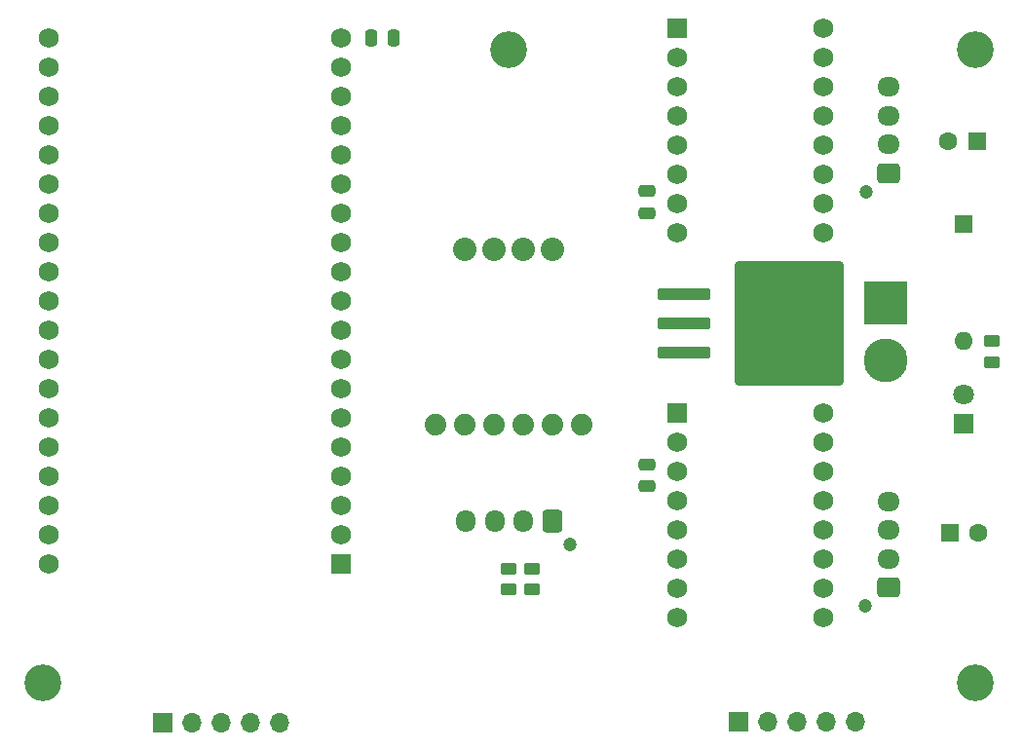
<source format=gbr>
%TF.GenerationSoftware,KiCad,Pcbnew,8.0.5*%
%TF.CreationDate,2024-09-19T11:27:23+10:00*%
%TF.ProjectId,SBR2.1,53425232-2e31-42e6-9b69-6361645f7063,rev?*%
%TF.SameCoordinates,Original*%
%TF.FileFunction,Soldermask,Top*%
%TF.FilePolarity,Negative*%
%FSLAX46Y46*%
G04 Gerber Fmt 4.6, Leading zero omitted, Abs format (unit mm)*
G04 Created by KiCad (PCBNEW 8.0.5) date 2024-09-19 11:27:23*
%MOMM*%
%LPD*%
G01*
G04 APERTURE LIST*
G04 Aperture macros list*
%AMRoundRect*
0 Rectangle with rounded corners*
0 $1 Rounding radius*
0 $2 $3 $4 $5 $6 $7 $8 $9 X,Y pos of 4 corners*
0 Add a 4 corners polygon primitive as box body*
4,1,4,$2,$3,$4,$5,$6,$7,$8,$9,$2,$3,0*
0 Add four circle primitives for the rounded corners*
1,1,$1+$1,$2,$3*
1,1,$1+$1,$4,$5*
1,1,$1+$1,$6,$7*
1,1,$1+$1,$8,$9*
0 Add four rect primitives between the rounded corners*
20,1,$1+$1,$2,$3,$4,$5,0*
20,1,$1+$1,$4,$5,$6,$7,0*
20,1,$1+$1,$6,$7,$8,$9,0*
20,1,$1+$1,$8,$9,$2,$3,0*%
G04 Aperture macros list end*
%ADD10RoundRect,0.250000X-0.475000X0.250000X-0.475000X-0.250000X0.475000X-0.250000X0.475000X0.250000X0*%
%ADD11RoundRect,0.250000X0.475000X-0.250000X0.475000X0.250000X-0.475000X0.250000X-0.475000X-0.250000X0*%
%ADD12RoundRect,0.250000X-2.050000X-0.300000X2.050000X-0.300000X2.050000X0.300000X-2.050000X0.300000X0*%
%ADD13RoundRect,0.250002X-4.449998X-5.149998X4.449998X-5.149998X4.449998X5.149998X-4.449998X5.149998X0*%
%ADD14C,1.200000*%
%ADD15RoundRect,0.250000X0.600000X0.725000X-0.600000X0.725000X-0.600000X-0.725000X0.600000X-0.725000X0*%
%ADD16O,1.700000X1.950000*%
%ADD17C,3.200000*%
%ADD18R,1.600000X1.600000*%
%ADD19C,1.600000*%
%ADD20RoundRect,0.250000X0.450000X-0.262500X0.450000X0.262500X-0.450000X0.262500X-0.450000X-0.262500X0*%
%ADD21RoundRect,0.102000X-0.765000X-0.765000X0.765000X-0.765000X0.765000X0.765000X-0.765000X0.765000X0*%
%ADD22C,1.734000*%
%ADD23R,1.800000X1.800000*%
%ADD24C,1.800000*%
%ADD25R,1.700000X1.700000*%
%ADD26O,1.700000X1.700000*%
%ADD27C,1.879600*%
%ADD28C,2.032000*%
%ADD29RoundRect,0.102000X0.765000X0.765000X-0.765000X0.765000X-0.765000X-0.765000X0.765000X-0.765000X0*%
%ADD30O,1.600000X1.600000*%
%ADD31RoundRect,0.250000X-0.250000X-0.475000X0.250000X-0.475000X0.250000X0.475000X-0.250000X0.475000X0*%
%ADD32RoundRect,0.250000X-0.450000X0.262500X-0.450000X-0.262500X0.450000X-0.262500X0.450000X0.262500X0*%
%ADD33R,3.800000X3.800000*%
%ADD34C,3.800000*%
%ADD35RoundRect,0.250000X0.725000X-0.600000X0.725000X0.600000X-0.725000X0.600000X-0.725000X-0.600000X0*%
%ADD36O,1.950000X1.700000*%
G04 APERTURE END LIST*
D10*
%TO.C,C2*%
X139000000Y-77550000D03*
X139000000Y-79450000D03*
%TD*%
D11*
%TO.C,C1*%
X139000000Y-55700000D03*
X139000000Y-53800000D03*
%TD*%
D12*
%TO.C,U5*%
X142250000Y-62750000D03*
X142250000Y-65290000D03*
D13*
X151400000Y-65290000D03*
D12*
X142250000Y-67830000D03*
%TD*%
D14*
%TO.C,J4*%
X132350000Y-84475000D03*
D15*
X130750000Y-82475000D03*
D16*
X128250000Y-82475000D03*
X125750000Y-82475000D03*
X123250000Y-82475000D03*
%TD*%
D17*
%TO.C,H3*%
X167500000Y-96500000D03*
%TD*%
D18*
%TO.C,C4*%
X165317621Y-83500000D03*
D19*
X167817621Y-83500000D03*
%TD*%
D20*
%TO.C,R2*%
X169000000Y-68662500D03*
X169000000Y-66837500D03*
%TD*%
D17*
%TO.C,H1*%
X86500000Y-96500000D03*
%TD*%
D21*
%TO.C,U2*%
X141650000Y-39610000D03*
D22*
X141650000Y-42150000D03*
X141650000Y-44690000D03*
X141650000Y-47230000D03*
X141650000Y-49770000D03*
X141650000Y-52310000D03*
X141650000Y-54850000D03*
X141650000Y-57390000D03*
X154350000Y-57390000D03*
X154350000Y-54850000D03*
X154350000Y-52310000D03*
X154350000Y-49770000D03*
X154350000Y-47230000D03*
X154350000Y-44690000D03*
X154350000Y-42150000D03*
X154350000Y-39610000D03*
%TD*%
D23*
%TO.C,D2*%
X166500000Y-74025000D03*
D24*
X166500000Y-71485000D03*
%TD*%
D25*
%TO.C,J9*%
X146980000Y-99925000D03*
D26*
X149520000Y-99925000D03*
X152060000Y-99925000D03*
X154600000Y-99925000D03*
X157140000Y-99925000D03*
%TD*%
D27*
%TO.C,U6*%
X120650000Y-74120000D03*
X123190000Y-74120000D03*
X125730000Y-74120000D03*
X128270000Y-74120000D03*
X130810000Y-74120000D03*
X133350000Y-74120000D03*
D28*
X123190000Y-58880000D03*
X125730000Y-58880000D03*
X128270000Y-58880000D03*
X130810000Y-58880000D03*
%TD*%
D29*
%TO.C,U3*%
X112427500Y-86200000D03*
D22*
X112427500Y-83660000D03*
X112427500Y-81120000D03*
X112427500Y-78580000D03*
X112427500Y-76040000D03*
X112427500Y-73500000D03*
X112427500Y-70960000D03*
X112427500Y-68420000D03*
X112427500Y-65880000D03*
X112427500Y-63340000D03*
X112427500Y-60800000D03*
X112427500Y-58260000D03*
X112427500Y-55720000D03*
X112427500Y-53180000D03*
X112427500Y-50640000D03*
X112427500Y-48100000D03*
X112427500Y-45560000D03*
X112427500Y-43020000D03*
X112427500Y-40480000D03*
X87027500Y-40480000D03*
X87027500Y-43020000D03*
X87027500Y-45560000D03*
X87027500Y-48100000D03*
X87027500Y-50640000D03*
X87027500Y-53180000D03*
X87027500Y-55720000D03*
X87027500Y-58260000D03*
X87027500Y-60800000D03*
X87027500Y-63340000D03*
X87027500Y-65880000D03*
X87027500Y-68420000D03*
X87027500Y-70960000D03*
X87027500Y-73500000D03*
X87027500Y-76040000D03*
X87027500Y-78580000D03*
X87027500Y-81120000D03*
X87027500Y-83660000D03*
X87027500Y-86200000D03*
%TD*%
D18*
%TO.C,D1*%
X166500000Y-56670000D03*
D30*
X166500000Y-66830000D03*
%TD*%
D25*
%TO.C,J8*%
X96890000Y-99975000D03*
D26*
X99430000Y-99975000D03*
X101970000Y-99975000D03*
X104510000Y-99975000D03*
X107050000Y-99975000D03*
%TD*%
D31*
%TO.C,C5*%
X115050000Y-40500000D03*
X116950000Y-40500000D03*
%TD*%
D17*
%TO.C,H4*%
X127000000Y-41500000D03*
%TD*%
D32*
%TO.C,R3*%
X129000000Y-86587500D03*
X129000000Y-88412500D03*
%TD*%
%TO.C,R1*%
X127000000Y-86587500D03*
X127000000Y-88412500D03*
%TD*%
D18*
%TO.C,C3*%
X167682380Y-49500000D03*
D19*
X165182380Y-49500000D03*
%TD*%
D17*
%TO.C,H2*%
X167500000Y-41500000D03*
%TD*%
D33*
%TO.C,J1*%
X159750000Y-63500000D03*
D34*
X159750000Y-68500000D03*
%TD*%
D21*
%TO.C,U1*%
X141650000Y-73110000D03*
D22*
X141650000Y-75650000D03*
X141650000Y-78190000D03*
X141650000Y-80730000D03*
X141650000Y-83270000D03*
X141650000Y-85810000D03*
X141650000Y-88350000D03*
X141650000Y-90890000D03*
X154350000Y-90890000D03*
X154350000Y-88350000D03*
X154350000Y-85810000D03*
X154350000Y-83270000D03*
X154350000Y-80730000D03*
X154350000Y-78190000D03*
X154350000Y-75650000D03*
X154350000Y-73110000D03*
%TD*%
D14*
%TO.C,J3*%
X158025000Y-53850000D03*
D35*
X160025000Y-52250000D03*
D36*
X160025000Y-49750000D03*
X160025000Y-47250000D03*
X160025000Y-44750000D03*
%TD*%
D14*
%TO.C,J2*%
X158000000Y-89850000D03*
D35*
X160000000Y-88250000D03*
D36*
X160000000Y-85750000D03*
X160000000Y-83250000D03*
X160000000Y-80750000D03*
%TD*%
M02*

</source>
